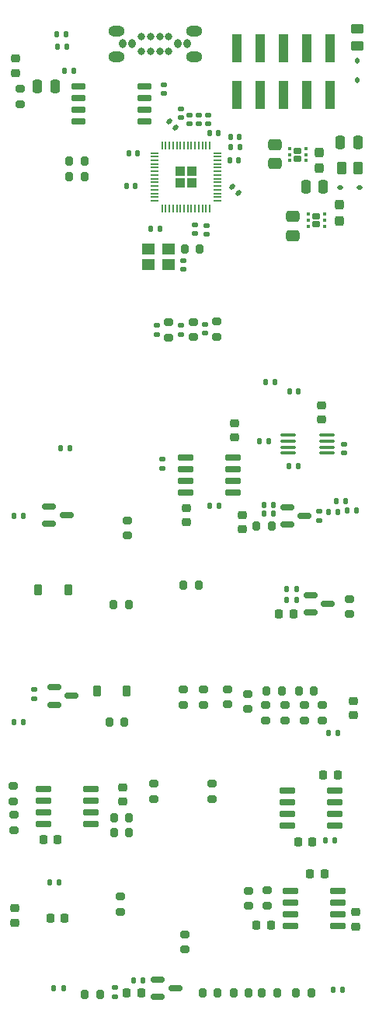
<source format=gbr>
%TF.GenerationSoftware,KiCad,Pcbnew,7.0.10-7.0.10~ubuntu22.04.1*%
%TF.CreationDate,2024-03-13T10:21:15+00:00*%
%TF.ProjectId,useq1,75736571-312e-46b6-9963-61645f706362,rev?*%
%TF.SameCoordinates,Original*%
%TF.FileFunction,Paste,Top*%
%TF.FilePolarity,Positive*%
%FSLAX46Y46*%
G04 Gerber Fmt 4.6, Leading zero omitted, Abs format (unit mm)*
G04 Created by KiCad (PCBNEW 7.0.10-7.0.10~ubuntu22.04.1) date 2024-03-13 10:21:15*
%MOMM*%
%LPD*%
G01*
G04 APERTURE LIST*
G04 Aperture macros list*
%AMRoundRect*
0 Rectangle with rounded corners*
0 $1 Rounding radius*
0 $2 $3 $4 $5 $6 $7 $8 $9 X,Y pos of 4 corners*
0 Add a 4 corners polygon primitive as box body*
4,1,4,$2,$3,$4,$5,$6,$7,$8,$9,$2,$3,0*
0 Add four circle primitives for the rounded corners*
1,1,$1+$1,$2,$3*
1,1,$1+$1,$4,$5*
1,1,$1+$1,$6,$7*
1,1,$1+$1,$8,$9*
0 Add four rect primitives between the rounded corners*
20,1,$1+$1,$2,$3,$4,$5,0*
20,1,$1+$1,$4,$5,$6,$7,0*
20,1,$1+$1,$6,$7,$8,$9,0*
20,1,$1+$1,$8,$9,$2,$3,0*%
G04 Aperture macros list end*
%ADD10RoundRect,0.150000X-0.587500X-0.150000X0.587500X-0.150000X0.587500X0.150000X-0.587500X0.150000X0*%
%ADD11RoundRect,0.200000X-0.275000X0.200000X-0.275000X-0.200000X0.275000X-0.200000X0.275000X0.200000X0*%
%ADD12RoundRect,0.135000X-0.135000X-0.185000X0.135000X-0.185000X0.135000X0.185000X-0.135000X0.185000X0*%
%ADD13RoundRect,0.250000X-0.450000X0.262500X-0.450000X-0.262500X0.450000X-0.262500X0.450000X0.262500X0*%
%ADD14RoundRect,0.135000X0.185000X-0.135000X0.185000X0.135000X-0.185000X0.135000X-0.185000X-0.135000X0*%
%ADD15RoundRect,0.135000X0.135000X0.185000X-0.135000X0.185000X-0.135000X-0.185000X0.135000X-0.185000X0*%
%ADD16RoundRect,0.225000X-0.225000X-0.250000X0.225000X-0.250000X0.225000X0.250000X-0.225000X0.250000X0*%
%ADD17RoundRect,0.150000X-0.725000X-0.150000X0.725000X-0.150000X0.725000X0.150000X-0.725000X0.150000X0*%
%ADD18RoundRect,0.200000X-0.200000X-0.275000X0.200000X-0.275000X0.200000X0.275000X-0.200000X0.275000X0*%
%ADD19RoundRect,0.200000X0.275000X-0.200000X0.275000X0.200000X-0.275000X0.200000X-0.275000X-0.200000X0*%
%ADD20RoundRect,0.140000X0.140000X0.170000X-0.140000X0.170000X-0.140000X-0.170000X0.140000X-0.170000X0*%
%ADD21RoundRect,0.200000X0.200000X0.275000X-0.200000X0.275000X-0.200000X-0.275000X0.200000X-0.275000X0*%
%ADD22RoundRect,0.140000X-0.170000X0.140000X-0.170000X-0.140000X0.170000X-0.140000X0.170000X0.140000X0*%
%ADD23RoundRect,0.225000X-0.250000X0.225000X-0.250000X-0.225000X0.250000X-0.225000X0.250000X0.225000X0*%
%ADD24RoundRect,0.140000X0.170000X-0.140000X0.170000X0.140000X-0.170000X0.140000X-0.170000X-0.140000X0*%
%ADD25RoundRect,0.250000X-0.292217X-0.292217X0.292217X-0.292217X0.292217X0.292217X-0.292217X0.292217X0*%
%ADD26RoundRect,0.050000X-0.387500X-0.050000X0.387500X-0.050000X0.387500X0.050000X-0.387500X0.050000X0*%
%ADD27RoundRect,0.050000X-0.050000X-0.387500X0.050000X-0.387500X0.050000X0.387500X-0.050000X0.387500X0*%
%ADD28RoundRect,0.225000X0.250000X-0.225000X0.250000X0.225000X-0.250000X0.225000X-0.250000X-0.225000X0*%
%ADD29RoundRect,0.250000X-0.262500X-0.450000X0.262500X-0.450000X0.262500X0.450000X-0.262500X0.450000X0*%
%ADD30RoundRect,0.140000X0.219203X0.021213X0.021213X0.219203X-0.219203X-0.021213X-0.021213X-0.219203X0*%
%ADD31RoundRect,0.250000X-0.250000X-0.475000X0.250000X-0.475000X0.250000X0.475000X-0.250000X0.475000X0*%
%ADD32RoundRect,0.140000X-0.140000X-0.170000X0.140000X-0.170000X0.140000X0.170000X-0.140000X0.170000X0*%
%ADD33RoundRect,0.225000X-0.225000X-0.375000X0.225000X-0.375000X0.225000X0.375000X-0.225000X0.375000X0*%
%ADD34R,1.000000X3.150000*%
%ADD35RoundRect,0.250000X-0.475000X0.337500X-0.475000X-0.337500X0.475000X-0.337500X0.475000X0.337500X0*%
%ADD36RoundRect,0.172500X-0.262500X-0.172500X0.262500X-0.172500X0.262500X0.172500X-0.262500X0.172500X0*%
%ADD37RoundRect,0.093750X-0.093750X-0.106250X0.093750X-0.106250X0.093750X0.106250X-0.093750X0.106250X0*%
%ADD38RoundRect,0.100000X-0.712500X-0.100000X0.712500X-0.100000X0.712500X0.100000X-0.712500X0.100000X0*%
%ADD39RoundRect,0.225000X0.225000X0.250000X-0.225000X0.250000X-0.225000X-0.250000X0.225000X-0.250000X0*%
%ADD40RoundRect,0.218750X-0.256250X0.218750X-0.256250X-0.218750X0.256250X-0.218750X0.256250X0.218750X0*%
%ADD41R,1.400000X1.200000*%
%ADD42RoundRect,0.237500X-0.237500X0.300000X-0.237500X-0.300000X0.237500X-0.300000X0.237500X0.300000X0*%
%ADD43RoundRect,0.112500X0.187500X0.112500X-0.187500X0.112500X-0.187500X-0.112500X0.187500X-0.112500X0*%
%ADD44RoundRect,0.112500X0.112500X-0.187500X0.112500X0.187500X-0.112500X0.187500X-0.112500X-0.187500X0*%
%ADD45RoundRect,0.150000X-0.650000X-0.150000X0.650000X-0.150000X0.650000X0.150000X-0.650000X0.150000X0*%
%ADD46RoundRect,0.140000X-0.219203X-0.021213X-0.021213X-0.219203X0.219203X0.021213X0.021213X0.219203X0*%
%ADD47O,1.800000X1.200000*%
%ADD48O,0.800000X1.000000*%
%ADD49C,0.800000*%
G04 APERTURE END LIST*
D10*
%TO.C,U6*%
X177275000Y-73600000D03*
X177275000Y-75500000D03*
X179150000Y-74550000D03*
%TD*%
D11*
%TO.C,R26*%
X169050000Y-103725000D03*
X169050000Y-105375000D03*
%TD*%
D12*
%TO.C,R14*%
X183840000Y-74000000D03*
X184860000Y-74000000D03*
%TD*%
%TO.C,R63*%
X151380000Y-114450000D03*
X152400000Y-114450000D03*
%TD*%
D13*
%TO.C,FB2*%
X184900000Y-21585000D03*
X184900000Y-23410000D03*
%TD*%
D14*
%TO.C,R5*%
X149700000Y-94500000D03*
X149700000Y-93480000D03*
%TD*%
D15*
%TO.C,R3*%
X153170000Y-22180000D03*
X152150000Y-22180000D03*
%TD*%
D16*
%TO.C,C25*%
X181200000Y-102800000D03*
X182750000Y-102800000D03*
%TD*%
D17*
%TO.C,U10*%
X150675000Y-104295000D03*
X150675000Y-105565000D03*
X150675000Y-106835000D03*
X150675000Y-108105000D03*
X155825000Y-108105000D03*
X155825000Y-106835000D03*
X155825000Y-105565000D03*
X155825000Y-104295000D03*
%TD*%
D12*
%TO.C,R12*%
X174240000Y-66400000D03*
X175260000Y-66400000D03*
%TD*%
D18*
%TO.C,R28*%
X165950000Y-82100000D03*
X167600000Y-82100000D03*
%TD*%
D19*
%TO.C,R39*%
X181100000Y-96800000D03*
X181100000Y-95150000D03*
%TD*%
D20*
%TO.C,C20*%
X160710000Y-38700000D03*
X159750000Y-38700000D03*
%TD*%
D15*
%TO.C,R17*%
X178260000Y-82550000D03*
X177240000Y-82550000D03*
%TD*%
D21*
%TO.C,R66*%
X156875000Y-126650000D03*
X155225000Y-126650000D03*
%TD*%
D11*
%TO.C,R51*%
X177050000Y-95175000D03*
X177050000Y-96825000D03*
%TD*%
D22*
%TO.C,C7*%
X183500000Y-66750000D03*
X183500000Y-67710000D03*
%TD*%
D23*
%TO.C,C40*%
X184750000Y-117700000D03*
X184750000Y-119250000D03*
%TD*%
D24*
%TO.C,C36*%
X163050000Y-54800000D03*
X163050000Y-53840000D03*
%TD*%
D15*
%TO.C,R59*%
X182750000Y-98180000D03*
X181730000Y-98180000D03*
%TD*%
D11*
%TO.C,R45*%
X179150000Y-95175000D03*
X179150000Y-96825000D03*
%TD*%
D21*
%TO.C,R48*%
X160025000Y-109000000D03*
X158375000Y-109000000D03*
%TD*%
D17*
%TO.C,U2*%
X166175000Y-68195000D03*
X166175000Y-69465000D03*
X166175000Y-70735000D03*
X166175000Y-72005000D03*
X171325000Y-72005000D03*
X171325000Y-70735000D03*
X171325000Y-69465000D03*
X171325000Y-68195000D03*
%TD*%
D23*
%TO.C,C22*%
X171550000Y-64475000D03*
X171550000Y-66025000D03*
%TD*%
D10*
%TO.C,Q1*%
X151325000Y-73550000D03*
X151325000Y-75450000D03*
X153200000Y-74500000D03*
%TD*%
D25*
%TO.C,U7*%
X165587500Y-37037500D03*
X165587500Y-38312500D03*
X166862500Y-37037500D03*
X166862500Y-38312500D03*
D26*
X162787500Y-35075000D03*
X162787500Y-35475000D03*
X162787500Y-35875000D03*
X162787500Y-36275000D03*
X162787500Y-36675000D03*
X162787500Y-37075000D03*
X162787500Y-37475000D03*
X162787500Y-37875000D03*
X162787500Y-38275000D03*
X162787500Y-38675000D03*
X162787500Y-39075000D03*
X162787500Y-39475000D03*
X162787500Y-39875000D03*
X162787500Y-40275000D03*
D27*
X163625000Y-41112500D03*
X164025000Y-41112500D03*
X164425000Y-41112500D03*
X164825000Y-41112500D03*
X165225000Y-41112500D03*
X165625000Y-41112500D03*
X166025000Y-41112500D03*
X166425000Y-41112500D03*
X166825000Y-41112500D03*
X167225000Y-41112500D03*
X167625000Y-41112500D03*
X168025000Y-41112500D03*
X168425000Y-41112500D03*
X168825000Y-41112500D03*
D26*
X169662500Y-40275000D03*
X169662500Y-39875000D03*
X169662500Y-39475000D03*
X169662500Y-39075000D03*
X169662500Y-38675000D03*
X169662500Y-38275000D03*
X169662500Y-37875000D03*
X169662500Y-37475000D03*
X169662500Y-37075000D03*
X169662500Y-36675000D03*
X169662500Y-36275000D03*
X169662500Y-35875000D03*
X169662500Y-35475000D03*
X169662500Y-35075000D03*
D27*
X168825000Y-34237500D03*
X168425000Y-34237500D03*
X168025000Y-34237500D03*
X167625000Y-34237500D03*
X167225000Y-34237500D03*
X166825000Y-34237500D03*
X166425000Y-34237500D03*
X166025000Y-34237500D03*
X165625000Y-34237500D03*
X165225000Y-34237500D03*
X164825000Y-34237500D03*
X164425000Y-34237500D03*
X164025000Y-34237500D03*
X163625000Y-34237500D03*
%TD*%
D28*
%TO.C,C39*%
X184450000Y-96250000D03*
X184450000Y-94700000D03*
%TD*%
D15*
%TO.C,R61*%
X183310000Y-126100000D03*
X182290000Y-126100000D03*
%TD*%
D22*
%TO.C,C10*%
X168450000Y-42970000D03*
X168450000Y-43930000D03*
%TD*%
D21*
%TO.C,R38*%
X180175000Y-93600000D03*
X178525000Y-93600000D03*
%TD*%
D24*
%TO.C,C34*%
X168350000Y-54710000D03*
X168350000Y-53750000D03*
%TD*%
D15*
%TO.C,R60*%
X182460000Y-109850000D03*
X181440000Y-109850000D03*
%TD*%
D12*
%TO.C,R19*%
X174740000Y-73350000D03*
X175760000Y-73350000D03*
%TD*%
D11*
%TO.C,R49*%
X173050000Y-115350000D03*
X173050000Y-117000000D03*
%TD*%
D16*
%TO.C,C30*%
X173924000Y-119116000D03*
X175474000Y-119116000D03*
%TD*%
D29*
%TO.C,FB1*%
X183197500Y-36730000D03*
X185022500Y-36730000D03*
%TD*%
D11*
%TO.C,R35*%
X159100000Y-115975000D03*
X159100000Y-117625000D03*
%TD*%
D15*
%TO.C,R29*%
X154030000Y-26130000D03*
X153010000Y-26130000D03*
%TD*%
D14*
%TO.C,R7*%
X163650000Y-69420000D03*
X163650000Y-68400000D03*
%TD*%
D18*
%TO.C,R18*%
X173925000Y-75650000D03*
X175575000Y-75650000D03*
%TD*%
D20*
%TO.C,C18*%
X160980000Y-35150000D03*
X160020000Y-35150000D03*
%TD*%
D21*
%TO.C,R52*%
X176175000Y-126470000D03*
X174525000Y-126470000D03*
%TD*%
D28*
%TO.C,C31*%
X159300000Y-105675000D03*
X159300000Y-104125000D03*
%TD*%
D30*
%TO.C,C11*%
X165100000Y-32300000D03*
X164421178Y-31621178D03*
%TD*%
D19*
%TO.C,R27*%
X168100000Y-95100000D03*
X168100000Y-93450000D03*
%TD*%
D31*
%TO.C,C4*%
X179290000Y-38780000D03*
X181190000Y-38780000D03*
%TD*%
D32*
%TO.C,C24*%
X171020000Y-35850000D03*
X171980000Y-35850000D03*
%TD*%
D33*
%TO.C,D2*%
X150100000Y-82650000D03*
X153400000Y-82650000D03*
%TD*%
D11*
%TO.C,R42*%
X167050000Y-53450000D03*
X167050000Y-55100000D03*
%TD*%
D21*
%TO.C,R36*%
X167745000Y-45500000D03*
X166095000Y-45500000D03*
%TD*%
D12*
%TO.C,R8*%
X168840000Y-73450000D03*
X169860000Y-73450000D03*
%TD*%
D19*
%TO.C,R56*%
X147450000Y-108750000D03*
X147450000Y-107100000D03*
%TD*%
D18*
%TO.C,R33*%
X157875000Y-97000000D03*
X159525000Y-97000000D03*
%TD*%
D34*
%TO.C,H1*%
X171750000Y-28760000D03*
X171750000Y-23710000D03*
X174290000Y-28760000D03*
X174290000Y-23710000D03*
X176830000Y-28760000D03*
X176830000Y-23710000D03*
X179370000Y-28760000D03*
X179370000Y-23710000D03*
X181910000Y-28760000D03*
X181910000Y-23710000D03*
%TD*%
D10*
%TO.C,U5*%
X179812500Y-83200000D03*
X179812500Y-85100000D03*
X181687500Y-84150000D03*
%TD*%
D15*
%TO.C,R4*%
X148510000Y-74550000D03*
X147490000Y-74550000D03*
%TD*%
D35*
%TO.C,C8*%
X177900000Y-42002500D03*
X177900000Y-44077500D03*
%TD*%
D21*
%TO.C,R31*%
X155175000Y-36000000D03*
X153525000Y-36000000D03*
%TD*%
D32*
%TO.C,C12*%
X168780000Y-32880000D03*
X169740000Y-32880000D03*
%TD*%
D12*
%TO.C,R10*%
X181740000Y-74150000D03*
X182760000Y-74150000D03*
%TD*%
D11*
%TO.C,R43*%
X164350000Y-53515000D03*
X164350000Y-55165000D03*
%TD*%
D22*
%TO.C,R22*%
X168625000Y-30955000D03*
X168625000Y-31915000D03*
%TD*%
D12*
%TO.C,R9*%
X182640000Y-72950000D03*
X183660000Y-72950000D03*
%TD*%
D21*
%TO.C,R44*%
X176650000Y-93600000D03*
X175000000Y-93600000D03*
%TD*%
D36*
%TO.C,U4*%
X180455000Y-42005000D03*
X180455000Y-42805000D03*
D37*
X179567500Y-41755000D03*
X179567500Y-42405000D03*
X179567500Y-43055000D03*
X181342500Y-43055000D03*
X181342500Y-42405000D03*
X181342500Y-41755000D03*
%TD*%
D16*
%TO.C,C29*%
X179775000Y-113550000D03*
X181325000Y-113550000D03*
%TD*%
D38*
%TO.C,U3*%
X177337500Y-65775000D03*
X177337500Y-66425000D03*
X177337500Y-67075000D03*
X177337500Y-67725000D03*
X181562500Y-67725000D03*
X181562500Y-67075000D03*
X181562500Y-66425000D03*
X181562500Y-65775000D03*
%TD*%
D39*
%TO.C,C42*%
X153000000Y-118350000D03*
X151450000Y-118350000D03*
%TD*%
D28*
%TO.C,C23*%
X166250000Y-75250000D03*
X166250000Y-73700000D03*
%TD*%
D19*
%TO.C,R65*%
X148150000Y-29775000D03*
X148150000Y-28125000D03*
%TD*%
D40*
%TO.C,D15*%
X147650000Y-24775000D03*
X147650000Y-26350000D03*
%TD*%
D24*
%TO.C,C35*%
X165650000Y-54800000D03*
X165650000Y-53840000D03*
%TD*%
D23*
%TO.C,C19*%
X181032000Y-62550000D03*
X181032000Y-64100000D03*
%TD*%
D11*
%TO.C,R34*%
X162700000Y-103725000D03*
X162700000Y-105375000D03*
%TD*%
D15*
%TO.C,R16*%
X178260000Y-83750000D03*
X177240000Y-83750000D03*
%TD*%
D10*
%TO.C,Q2*%
X151875000Y-93200000D03*
X151875000Y-95100000D03*
X153750000Y-94150000D03*
%TD*%
D41*
%TO.C,Y1*%
X162100000Y-47200000D03*
X164300000Y-47200000D03*
X164300000Y-45500000D03*
X162100000Y-45500000D03*
%TD*%
D15*
%TO.C,R20*%
X175750000Y-74350000D03*
X174730000Y-74350000D03*
%TD*%
D42*
%TO.C,C1*%
X180750000Y-34987500D03*
X180750000Y-36712500D03*
%TD*%
D22*
%TO.C,C33*%
X163800000Y-27670000D03*
X163800000Y-28630000D03*
%TD*%
D11*
%TO.C,R54*%
X174900000Y-95175000D03*
X174900000Y-96825000D03*
%TD*%
%TO.C,R53*%
X172950000Y-93925000D03*
X172950000Y-95575000D03*
%TD*%
D28*
%TO.C,C41*%
X147550000Y-118825000D03*
X147550000Y-117275000D03*
%TD*%
D23*
%TO.C,C13*%
X172400000Y-74475000D03*
X172400000Y-76025000D03*
%TD*%
D11*
%TO.C,R23*%
X159850000Y-75050000D03*
X159850000Y-76700000D03*
%TD*%
%TO.C,R32*%
X166100000Y-120100000D03*
X166100000Y-121750000D03*
%TD*%
D32*
%TO.C,C15*%
X171100000Y-33310000D03*
X172060000Y-33310000D03*
%TD*%
D17*
%TO.C,U9*%
X177625000Y-115395000D03*
X177625000Y-116665000D03*
X177625000Y-117935000D03*
X177625000Y-119205000D03*
X182775000Y-119205000D03*
X182775000Y-117935000D03*
X182775000Y-116665000D03*
X182775000Y-115395000D03*
%TD*%
D35*
%TO.C,C2*%
X175900000Y-34175000D03*
X175900000Y-36250000D03*
%TD*%
D15*
%TO.C,R6*%
X153210000Y-23490000D03*
X152190000Y-23490000D03*
%TD*%
D18*
%TO.C,R40*%
X168025000Y-126450000D03*
X169675000Y-126450000D03*
%TD*%
%TO.C,R24*%
X158325000Y-84250000D03*
X159975000Y-84250000D03*
%TD*%
D31*
%TO.C,C3*%
X183060000Y-33890000D03*
X184960000Y-33890000D03*
%TD*%
D43*
%TO.C,D3*%
X185140000Y-38810000D03*
X183040000Y-38810000D03*
%TD*%
D32*
%TO.C,C6*%
X177504000Y-61032000D03*
X178464000Y-61032000D03*
%TD*%
D14*
%TO.C,R67*%
X158450000Y-126860000D03*
X158450000Y-125840000D03*
%TD*%
D15*
%TO.C,R68*%
X161560000Y-125150000D03*
X160540000Y-125150000D03*
%TD*%
D14*
%TO.C,R1*%
X180750000Y-75060000D03*
X180750000Y-74040000D03*
%TD*%
D22*
%TO.C,C28*%
X165950000Y-46770000D03*
X165950000Y-47730000D03*
%TD*%
D39*
%TO.C,C38*%
X161325000Y-126450000D03*
X159775000Y-126450000D03*
%TD*%
D24*
%TO.C,C16*%
X165725000Y-31235000D03*
X165725000Y-30275000D03*
%TD*%
D19*
%TO.C,R15*%
X184050000Y-85275000D03*
X184050000Y-83625000D03*
%TD*%
D44*
%TO.C,D4*%
X184890000Y-27140000D03*
X184890000Y-25040000D03*
%TD*%
D12*
%TO.C,R11*%
X174934000Y-60016000D03*
X175954000Y-60016000D03*
%TD*%
D42*
%TO.C,C5*%
X182930000Y-40717500D03*
X182930000Y-42442500D03*
%TD*%
D11*
%TO.C,R50*%
X170800000Y-93425000D03*
X170800000Y-95075000D03*
%TD*%
D39*
%TO.C,C32*%
X152250000Y-109800000D03*
X150700000Y-109800000D03*
%TD*%
D20*
%TO.C,C27*%
X163380000Y-43300000D03*
X162420000Y-43300000D03*
%TD*%
D32*
%TO.C,C37*%
X171120000Y-34400000D03*
X172080000Y-34400000D03*
%TD*%
D39*
%TO.C,C9*%
X177925000Y-85250000D03*
X176375000Y-85250000D03*
%TD*%
D18*
%TO.C,R46*%
X171425000Y-126450000D03*
X173075000Y-126450000D03*
%TD*%
D12*
%TO.C,R62*%
X147490000Y-97000000D03*
X148510000Y-97000000D03*
%TD*%
D15*
%TO.C,R2*%
X153610000Y-67200000D03*
X152590000Y-67200000D03*
%TD*%
D12*
%TO.C,R13*%
X177440000Y-69150000D03*
X178460000Y-69150000D03*
%TD*%
D39*
%TO.C,C26*%
X180025000Y-110050000D03*
X178475000Y-110050000D03*
%TD*%
D22*
%TO.C,R21*%
X167625000Y-30955000D03*
X167625000Y-31915000D03*
%TD*%
D17*
%TO.C,U8*%
X177325000Y-104495000D03*
X177325000Y-105765000D03*
X177325000Y-107035000D03*
X177325000Y-108305000D03*
X182475000Y-108305000D03*
X182475000Y-107035000D03*
X182475000Y-105765000D03*
X182475000Y-104495000D03*
%TD*%
D31*
%TO.C,R30*%
X150050000Y-27850000D03*
X151950000Y-27850000D03*
%TD*%
D10*
%TO.C,U12*%
X163175000Y-125000000D03*
X163175000Y-126900000D03*
X165050000Y-125950000D03*
%TD*%
D11*
%TO.C,R25*%
X165900000Y-93475000D03*
X165900000Y-95125000D03*
%TD*%
D36*
%TO.C,U1*%
X178400000Y-34862500D03*
X178400000Y-35662500D03*
D37*
X177512500Y-34612500D03*
X177512500Y-35262500D03*
X177512500Y-35912500D03*
X179287500Y-35912500D03*
X179287500Y-35262500D03*
X179287500Y-34612500D03*
%TD*%
D18*
%TO.C,R57*%
X158375000Y-107400000D03*
X160025000Y-107400000D03*
%TD*%
D24*
%TO.C,C14*%
X166650000Y-31905000D03*
X166650000Y-30945000D03*
%TD*%
D19*
%TO.C,R58*%
X175050000Y-116975000D03*
X175050000Y-115325000D03*
%TD*%
D21*
%TO.C,R37*%
X155175000Y-37650000D03*
X153525000Y-37650000D03*
%TD*%
D45*
%TO.C,U11*%
X154500000Y-27845000D03*
X154500000Y-29115000D03*
X154500000Y-30385000D03*
X154500000Y-31655000D03*
X161700000Y-31655000D03*
X161700000Y-30385000D03*
X161700000Y-29115000D03*
X161700000Y-27845000D03*
%TD*%
D11*
%TO.C,R41*%
X169600000Y-53435000D03*
X169600000Y-55085000D03*
%TD*%
D18*
%TO.C,R55*%
X178225000Y-126450000D03*
X179875000Y-126450000D03*
%TD*%
D33*
%TO.C,D1*%
X156500000Y-93650000D03*
X159800000Y-93650000D03*
%TD*%
D11*
%TO.C,R47*%
X147400000Y-103950000D03*
X147400000Y-105600000D03*
%TD*%
D22*
%TO.C,C21*%
X167200000Y-42890000D03*
X167200000Y-43850000D03*
%TD*%
D12*
%TO.C,R64*%
X151840000Y-125950000D03*
X152860000Y-125950000D03*
%TD*%
D46*
%TO.C,C17*%
X171271178Y-38721178D03*
X171950000Y-39400000D03*
%TD*%
D47*
%TO.C,J1*%
X167090000Y-24640000D03*
X167090000Y-21780000D03*
X158640000Y-24640000D03*
X158640000Y-21780000D03*
D48*
X159365000Y-23210000D03*
X160365000Y-23210000D03*
D49*
X161365000Y-24035000D03*
X162365000Y-24035000D03*
X163365000Y-24035000D03*
X164365000Y-24035000D03*
D48*
X165365000Y-23210000D03*
X166365000Y-23210000D03*
D49*
X164365000Y-22385000D03*
X163365000Y-22385000D03*
X162365000Y-22385000D03*
X161365000Y-22385000D03*
%TD*%
M02*

</source>
